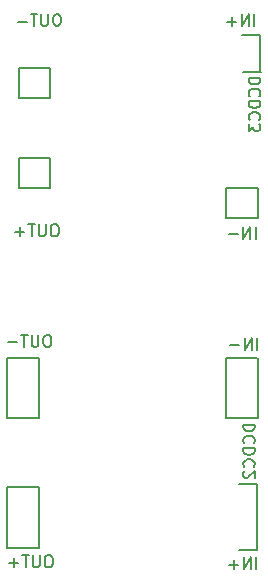
<source format=gbr>
G04 #@! TF.FileFunction,Legend,Bot*
%FSLAX46Y46*%
G04 Gerber Fmt 4.6, Leading zero omitted, Abs format (unit mm)*
G04 Created by KiCad (PCBNEW 4.0.2-stable) date 11.07.2016 23:58:06*
%MOMM*%
G01*
G04 APERTURE LIST*
%ADD10C,0.100000*%
%ADD11C,0.150000*%
G04 APERTURE END LIST*
D10*
D11*
X136767600Y-122289400D02*
X136767600Y-127429400D01*
X134067600Y-122289400D02*
X136747600Y-122289400D01*
X136747600Y-127429400D02*
X134067600Y-127429400D01*
X134067600Y-122289400D02*
X134067600Y-127429400D01*
X134067600Y-111289400D02*
X134067600Y-116429400D01*
X136747600Y-116429400D02*
X134067600Y-116429400D01*
X134067600Y-111289400D02*
X136747600Y-111289400D01*
X136767600Y-111289400D02*
X136767600Y-116429400D01*
X155267600Y-111289400D02*
X155267600Y-116429400D01*
X152567600Y-111289400D02*
X155247600Y-111289400D01*
X155247600Y-116429400D02*
X152567600Y-116429400D01*
X152567600Y-111289400D02*
X152567600Y-116429400D01*
X153647600Y-127609400D02*
X155197600Y-127609400D01*
X155197600Y-122009400D02*
X153647600Y-122009400D01*
X155247600Y-122009400D02*
X155247600Y-127609400D01*
X135021600Y-86801800D02*
X137701600Y-86801800D01*
X137701600Y-86801800D02*
X137701600Y-89341800D01*
X137701600Y-89341800D02*
X135021600Y-89341800D01*
X135021600Y-89341800D02*
X135021600Y-86801800D01*
X135021600Y-96941800D02*
X135021600Y-94401800D01*
X137701600Y-96941800D02*
X135021600Y-96941800D01*
X137701600Y-94401800D02*
X137701600Y-96941800D01*
X135021600Y-94401800D02*
X137701600Y-94401800D01*
X152621600Y-96901800D02*
X155301600Y-96901800D01*
X155301600Y-96901800D02*
X155301600Y-99441800D01*
X155301600Y-99441800D02*
X152621600Y-99441800D01*
X152621600Y-99441800D02*
X152621600Y-96901800D01*
X154001600Y-87121800D02*
X155551600Y-87121800D01*
X155451600Y-84021800D02*
X153901600Y-84021800D01*
X155501600Y-84021800D02*
X155501600Y-87121800D01*
X155036781Y-116964105D02*
X154036781Y-116964105D01*
X154036781Y-117202200D01*
X154084400Y-117345058D01*
X154179638Y-117440296D01*
X154274876Y-117487915D01*
X154465352Y-117535534D01*
X154608210Y-117535534D01*
X154798686Y-117487915D01*
X154893924Y-117440296D01*
X154989162Y-117345058D01*
X155036781Y-117202200D01*
X155036781Y-116964105D01*
X154941543Y-118535534D02*
X154989162Y-118487915D01*
X155036781Y-118345058D01*
X155036781Y-118249820D01*
X154989162Y-118106962D01*
X154893924Y-118011724D01*
X154798686Y-117964105D01*
X154608210Y-117916486D01*
X154465352Y-117916486D01*
X154274876Y-117964105D01*
X154179638Y-118011724D01*
X154084400Y-118106962D01*
X154036781Y-118249820D01*
X154036781Y-118345058D01*
X154084400Y-118487915D01*
X154132019Y-118535534D01*
X155036781Y-118964105D02*
X154036781Y-118964105D01*
X154036781Y-119202200D01*
X154084400Y-119345058D01*
X154179638Y-119440296D01*
X154274876Y-119487915D01*
X154465352Y-119535534D01*
X154608210Y-119535534D01*
X154798686Y-119487915D01*
X154893924Y-119440296D01*
X154989162Y-119345058D01*
X155036781Y-119202200D01*
X155036781Y-118964105D01*
X154941543Y-120535534D02*
X154989162Y-120487915D01*
X155036781Y-120345058D01*
X155036781Y-120249820D01*
X154989162Y-120106962D01*
X154893924Y-120011724D01*
X154798686Y-119964105D01*
X154608210Y-119916486D01*
X154465352Y-119916486D01*
X154274876Y-119964105D01*
X154179638Y-120011724D01*
X154084400Y-120106962D01*
X154036781Y-120249820D01*
X154036781Y-120345058D01*
X154084400Y-120487915D01*
X154132019Y-120535534D01*
X154132019Y-120916486D02*
X154084400Y-120964105D01*
X154036781Y-121059343D01*
X154036781Y-121297439D01*
X154084400Y-121392677D01*
X154132019Y-121440296D01*
X154227257Y-121487915D01*
X154322495Y-121487915D01*
X154465352Y-121440296D01*
X155036781Y-120868867D01*
X155036781Y-121487915D01*
X137559848Y-109383581D02*
X137369371Y-109383581D01*
X137274133Y-109431200D01*
X137178895Y-109526438D01*
X137131276Y-109716914D01*
X137131276Y-110050248D01*
X137178895Y-110240724D01*
X137274133Y-110335962D01*
X137369371Y-110383581D01*
X137559848Y-110383581D01*
X137655086Y-110335962D01*
X137750324Y-110240724D01*
X137797943Y-110050248D01*
X137797943Y-109716914D01*
X137750324Y-109526438D01*
X137655086Y-109431200D01*
X137559848Y-109383581D01*
X136702705Y-109383581D02*
X136702705Y-110193105D01*
X136655086Y-110288343D01*
X136607467Y-110335962D01*
X136512229Y-110383581D01*
X136321752Y-110383581D01*
X136226514Y-110335962D01*
X136178895Y-110288343D01*
X136131276Y-110193105D01*
X136131276Y-109383581D01*
X135797943Y-109383581D02*
X135226514Y-109383581D01*
X135512229Y-110383581D02*
X135512229Y-109383581D01*
X134893181Y-110002629D02*
X134131276Y-110002629D01*
X137661448Y-128052581D02*
X137470971Y-128052581D01*
X137375733Y-128100200D01*
X137280495Y-128195438D01*
X137232876Y-128385914D01*
X137232876Y-128719248D01*
X137280495Y-128909724D01*
X137375733Y-129004962D01*
X137470971Y-129052581D01*
X137661448Y-129052581D01*
X137756686Y-129004962D01*
X137851924Y-128909724D01*
X137899543Y-128719248D01*
X137899543Y-128385914D01*
X137851924Y-128195438D01*
X137756686Y-128100200D01*
X137661448Y-128052581D01*
X136804305Y-128052581D02*
X136804305Y-128862105D01*
X136756686Y-128957343D01*
X136709067Y-129004962D01*
X136613829Y-129052581D01*
X136423352Y-129052581D01*
X136328114Y-129004962D01*
X136280495Y-128957343D01*
X136232876Y-128862105D01*
X136232876Y-128052581D01*
X135899543Y-128052581D02*
X135328114Y-128052581D01*
X135613829Y-129052581D02*
X135613829Y-128052581D01*
X134994781Y-128671629D02*
X134232876Y-128671629D01*
X134613828Y-129052581D02*
X134613828Y-128290676D01*
X155240457Y-110611781D02*
X155240457Y-109611781D01*
X154764267Y-110611781D02*
X154764267Y-109611781D01*
X154192838Y-110611781D01*
X154192838Y-109611781D01*
X153716648Y-110230829D02*
X152954743Y-110230829D01*
X155140457Y-129211781D02*
X155140457Y-128211781D01*
X154664267Y-129211781D02*
X154664267Y-128211781D01*
X154092838Y-129211781D01*
X154092838Y-128211781D01*
X153616648Y-128830829D02*
X152854743Y-128830829D01*
X153235695Y-129211781D02*
X153235695Y-128449876D01*
X155493981Y-87589005D02*
X154493981Y-87589005D01*
X154493981Y-87827100D01*
X154541600Y-87969958D01*
X154636838Y-88065196D01*
X154732076Y-88112815D01*
X154922552Y-88160434D01*
X155065410Y-88160434D01*
X155255886Y-88112815D01*
X155351124Y-88065196D01*
X155446362Y-87969958D01*
X155493981Y-87827100D01*
X155493981Y-87589005D01*
X155398743Y-89160434D02*
X155446362Y-89112815D01*
X155493981Y-88969958D01*
X155493981Y-88874720D01*
X155446362Y-88731862D01*
X155351124Y-88636624D01*
X155255886Y-88589005D01*
X155065410Y-88541386D01*
X154922552Y-88541386D01*
X154732076Y-88589005D01*
X154636838Y-88636624D01*
X154541600Y-88731862D01*
X154493981Y-88874720D01*
X154493981Y-88969958D01*
X154541600Y-89112815D01*
X154589219Y-89160434D01*
X155493981Y-89589005D02*
X154493981Y-89589005D01*
X154493981Y-89827100D01*
X154541600Y-89969958D01*
X154636838Y-90065196D01*
X154732076Y-90112815D01*
X154922552Y-90160434D01*
X155065410Y-90160434D01*
X155255886Y-90112815D01*
X155351124Y-90065196D01*
X155446362Y-89969958D01*
X155493981Y-89827100D01*
X155493981Y-89589005D01*
X155398743Y-91160434D02*
X155446362Y-91112815D01*
X155493981Y-90969958D01*
X155493981Y-90874720D01*
X155446362Y-90731862D01*
X155351124Y-90636624D01*
X155255886Y-90589005D01*
X155065410Y-90541386D01*
X154922552Y-90541386D01*
X154732076Y-90589005D01*
X154636838Y-90636624D01*
X154541600Y-90731862D01*
X154493981Y-90874720D01*
X154493981Y-90969958D01*
X154541600Y-91112815D01*
X154589219Y-91160434D01*
X154493981Y-91493767D02*
X154493981Y-92112815D01*
X154874933Y-91779481D01*
X154874933Y-91922339D01*
X154922552Y-92017577D01*
X154970171Y-92065196D01*
X155065410Y-92112815D01*
X155303505Y-92112815D01*
X155398743Y-92065196D01*
X155446362Y-92017577D01*
X155493981Y-91922339D01*
X155493981Y-91636624D01*
X155446362Y-91541386D01*
X155398743Y-91493767D01*
X138370648Y-82224181D02*
X138180171Y-82224181D01*
X138084933Y-82271800D01*
X137989695Y-82367038D01*
X137942076Y-82557514D01*
X137942076Y-82890848D01*
X137989695Y-83081324D01*
X138084933Y-83176562D01*
X138180171Y-83224181D01*
X138370648Y-83224181D01*
X138465886Y-83176562D01*
X138561124Y-83081324D01*
X138608743Y-82890848D01*
X138608743Y-82557514D01*
X138561124Y-82367038D01*
X138465886Y-82271800D01*
X138370648Y-82224181D01*
X137513505Y-82224181D02*
X137513505Y-83033705D01*
X137465886Y-83128943D01*
X137418267Y-83176562D01*
X137323029Y-83224181D01*
X137132552Y-83224181D01*
X137037314Y-83176562D01*
X136989695Y-83128943D01*
X136942076Y-83033705D01*
X136942076Y-82224181D01*
X136608743Y-82224181D02*
X136037314Y-82224181D01*
X136323029Y-83224181D02*
X136323029Y-82224181D01*
X135703981Y-82843229D02*
X134942076Y-82843229D01*
X138170648Y-100024181D02*
X137980171Y-100024181D01*
X137884933Y-100071800D01*
X137789695Y-100167038D01*
X137742076Y-100357514D01*
X137742076Y-100690848D01*
X137789695Y-100881324D01*
X137884933Y-100976562D01*
X137980171Y-101024181D01*
X138170648Y-101024181D01*
X138265886Y-100976562D01*
X138361124Y-100881324D01*
X138408743Y-100690848D01*
X138408743Y-100357514D01*
X138361124Y-100167038D01*
X138265886Y-100071800D01*
X138170648Y-100024181D01*
X137313505Y-100024181D02*
X137313505Y-100833705D01*
X137265886Y-100928943D01*
X137218267Y-100976562D01*
X137123029Y-101024181D01*
X136932552Y-101024181D01*
X136837314Y-100976562D01*
X136789695Y-100928943D01*
X136742076Y-100833705D01*
X136742076Y-100024181D01*
X136408743Y-100024181D02*
X135837314Y-100024181D01*
X136123029Y-101024181D02*
X136123029Y-100024181D01*
X135503981Y-100643229D02*
X134742076Y-100643229D01*
X135123028Y-101024181D02*
X135123028Y-100262276D01*
X155094457Y-101224181D02*
X155094457Y-100224181D01*
X154618267Y-101224181D02*
X154618267Y-100224181D01*
X154046838Y-101224181D01*
X154046838Y-100224181D01*
X153570648Y-100843229D02*
X152808743Y-100843229D01*
X154994457Y-83224181D02*
X154994457Y-82224181D01*
X154518267Y-83224181D02*
X154518267Y-82224181D01*
X153946838Y-83224181D01*
X153946838Y-82224181D01*
X153470648Y-82843229D02*
X152708743Y-82843229D01*
X153089695Y-83224181D02*
X153089695Y-82462276D01*
M02*

</source>
